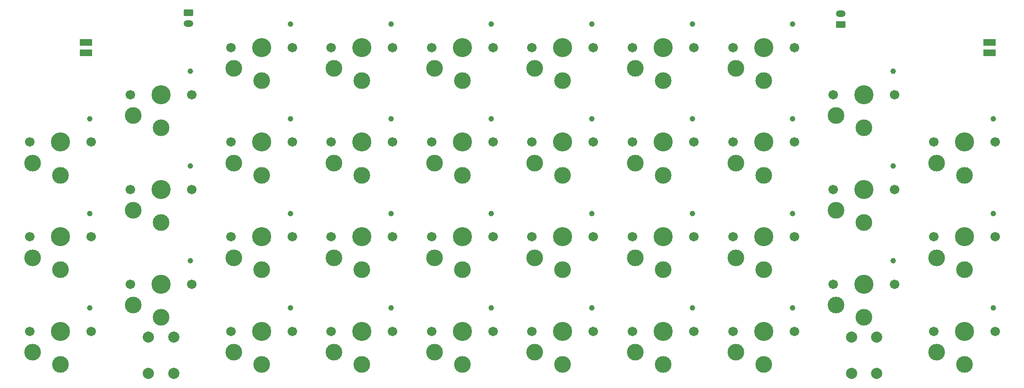
<source format=gbr>
%TF.GenerationSoftware,KiCad,Pcbnew,7.0.2-0*%
%TF.CreationDate,2024-08-06T11:42:49-04:00*%
%TF.ProjectId,PCB,5043422e-6b69-4636-9164-5f7063625858,rev?*%
%TF.SameCoordinates,Original*%
%TF.FileFunction,Soldermask,Top*%
%TF.FilePolarity,Negative*%
%FSLAX46Y46*%
G04 Gerber Fmt 4.6, Leading zero omitted, Abs format (unit mm)*
G04 Created by KiCad (PCBNEW 7.0.2-0) date 2024-08-06 11:42:49*
%MOMM*%
%LPD*%
G01*
G04 APERTURE LIST*
G04 Aperture macros list*
%AMRoundRect*
0 Rectangle with rounded corners*
0 $1 Rounding radius*
0 $2 $3 $4 $5 $6 $7 $8 $9 X,Y pos of 4 corners*
0 Add a 4 corners polygon primitive as box body*
4,1,4,$2,$3,$4,$5,$6,$7,$8,$9,$2,$3,0*
0 Add four circle primitives for the rounded corners*
1,1,$1+$1,$2,$3*
1,1,$1+$1,$4,$5*
1,1,$1+$1,$6,$7*
1,1,$1+$1,$8,$9*
0 Add four rect primitives between the rounded corners*
20,1,$1+$1,$2,$3,$4,$5,0*
20,1,$1+$1,$4,$5,$6,$7,0*
20,1,$1+$1,$6,$7,$8,$9,0*
20,1,$1+$1,$8,$9,$2,$3,0*%
G04 Aperture macros list end*
%ADD10C,1.701800*%
%ADD11C,3.000000*%
%ADD12C,3.429000*%
%ADD13C,0.990600*%
%ADD14C,2.000000*%
%ADD15RoundRect,0.250000X0.625000X-0.350000X0.625000X0.350000X-0.625000X0.350000X-0.625000X-0.350000X0*%
%ADD16O,1.750000X1.200000*%
%ADD17R,2.300000X1.300000*%
%ADD18RoundRect,0.250000X-0.625000X0.350000X-0.625000X-0.350000X0.625000X-0.350000X0.625000X0.350000X0*%
G04 APERTURE END LIST*
D10*
%TO.C,MX12*%
X48500000Y-76500000D03*
D11*
X49000000Y-80250000D03*
D12*
X54000000Y-76500000D03*
D11*
X54000000Y-82450000D03*
D13*
X59220000Y-72300000D03*
D10*
X59500000Y-76500000D03*
%TD*%
%TO.C,MX6*%
X30500000Y-68000000D03*
D11*
X31000000Y-71750000D03*
D12*
X36000000Y-68000000D03*
D11*
X36000000Y-73950000D03*
D13*
X41220000Y-63800000D03*
D10*
X41500000Y-68000000D03*
%TD*%
%TO.C,MX15*%
X102500000Y-68000000D03*
D11*
X103000000Y-71750000D03*
D12*
X108000000Y-68000000D03*
D11*
X108000000Y-73950000D03*
D13*
X113220000Y-63800000D03*
D10*
X113500000Y-68000000D03*
%TD*%
%TO.C,MX31*%
X174500000Y-76500000D03*
D11*
X175000000Y-80250000D03*
D12*
X180000000Y-76500000D03*
D11*
X180000000Y-82450000D03*
D13*
X185220000Y-72300000D03*
D10*
X185500000Y-76500000D03*
%TD*%
%TO.C,MX27*%
X156500000Y-51000000D03*
D11*
X157000000Y-54750000D03*
D12*
X162000000Y-51000000D03*
D11*
X162000000Y-56950000D03*
D13*
X167220000Y-46800000D03*
D10*
X167500000Y-51000000D03*
%TD*%
%TO.C,MX5*%
X102500000Y-34000000D03*
D11*
X103000000Y-37750000D03*
D12*
X108000000Y-34000000D03*
D11*
X108000000Y-39950000D03*
D13*
X113220000Y-29800000D03*
D10*
X113500000Y-34000000D03*
%TD*%
%TO.C,MX11*%
X30500000Y-85000000D03*
D11*
X31000000Y-88750000D03*
D12*
X36000000Y-85000000D03*
D11*
X36000000Y-90950000D03*
D13*
X41220000Y-80800000D03*
D10*
X41500000Y-85000000D03*
%TD*%
D14*
%TO.C,MX19*%
X51750000Y-92500000D03*
X51750000Y-86000000D03*
X56250000Y-92500000D03*
X56250000Y-86000000D03*
%TD*%
D10*
%TO.C,MX29*%
X120500000Y-51000000D03*
D11*
X121000000Y-54750000D03*
D12*
X126000000Y-51000000D03*
D11*
X126000000Y-56950000D03*
D13*
X131220000Y-46800000D03*
D10*
X131500000Y-51000000D03*
%TD*%
%TO.C,MX16*%
X66500000Y-85000000D03*
D11*
X67000000Y-88750000D03*
D12*
X72000000Y-85000000D03*
D11*
X72000000Y-90950000D03*
D13*
X77220000Y-80800000D03*
D10*
X77500000Y-85000000D03*
%TD*%
D14*
%TO.C,MX38*%
X182250000Y-86000000D03*
X182250000Y-92500000D03*
X177750000Y-86000000D03*
X177750000Y-92500000D03*
%TD*%
D10*
%TO.C,MX2*%
X48500000Y-42500000D03*
D11*
X49000000Y-46250000D03*
D12*
X54000000Y-42500000D03*
D11*
X54000000Y-48450000D03*
D13*
X59220000Y-38300000D03*
D10*
X59500000Y-42500000D03*
%TD*%
%TO.C,MX10*%
X102500000Y-51000000D03*
D11*
X103000000Y-54750000D03*
D12*
X108000000Y-51000000D03*
D11*
X108000000Y-56950000D03*
D13*
X113220000Y-46800000D03*
D10*
X113500000Y-51000000D03*
%TD*%
%TO.C,MX30*%
X192500000Y-85000000D03*
D11*
X193000000Y-88750000D03*
D12*
X198000000Y-85000000D03*
D11*
X198000000Y-90950000D03*
D13*
X203220000Y-80800000D03*
D10*
X203500000Y-85000000D03*
%TD*%
%TO.C,MX34*%
X120500000Y-68000000D03*
D11*
X121000000Y-71750000D03*
D12*
X126000000Y-68000000D03*
D11*
X126000000Y-73950000D03*
D13*
X131220000Y-63800000D03*
D10*
X131500000Y-68000000D03*
%TD*%
%TO.C,MX3*%
X66500000Y-34000000D03*
D11*
X67000000Y-37750000D03*
D12*
X72000000Y-34000000D03*
D11*
X72000000Y-39950000D03*
D13*
X77220000Y-29800000D03*
D10*
X77500000Y-34000000D03*
%TD*%
%TO.C,MX21*%
X174500000Y-42500000D03*
D11*
X175000000Y-46250000D03*
D12*
X180000000Y-42500000D03*
D11*
X180000000Y-48450000D03*
D13*
X185220000Y-38300000D03*
D10*
X185500000Y-42500000D03*
%TD*%
%TO.C,MX20*%
X192500000Y-51000000D03*
D11*
X193000000Y-54750000D03*
D12*
X198000000Y-51000000D03*
D11*
X198000000Y-56950000D03*
D13*
X203220000Y-46800000D03*
D10*
X203500000Y-51000000D03*
%TD*%
%TO.C,MX7*%
X48500000Y-59500000D03*
D11*
X49000000Y-63250000D03*
D12*
X54000000Y-59500000D03*
D11*
X54000000Y-65450000D03*
D13*
X59220000Y-55300000D03*
D10*
X59500000Y-59500000D03*
%TD*%
%TO.C,MX32*%
X156500000Y-68000000D03*
D11*
X157000000Y-71750000D03*
D12*
X162000000Y-68000000D03*
D11*
X162000000Y-73950000D03*
D13*
X167220000Y-63800000D03*
D10*
X167500000Y-68000000D03*
%TD*%
%TO.C,MX13*%
X66500000Y-68000000D03*
D11*
X67000000Y-71750000D03*
D12*
X72000000Y-68000000D03*
D11*
X72000000Y-73950000D03*
D13*
X77220000Y-63800000D03*
D10*
X77500000Y-68000000D03*
%TD*%
%TO.C,MX35*%
X156500000Y-85000000D03*
D11*
X157000000Y-88750000D03*
D12*
X162000000Y-85000000D03*
D11*
X162000000Y-90950000D03*
D13*
X167220000Y-80800000D03*
D10*
X167500000Y-85000000D03*
%TD*%
%TO.C,MX33*%
X138500000Y-68000000D03*
D11*
X139000000Y-71750000D03*
D12*
X144000000Y-68000000D03*
D11*
X144000000Y-73950000D03*
D13*
X149220000Y-63800000D03*
D10*
X149500000Y-68000000D03*
%TD*%
%TO.C,MX25*%
X192500000Y-68000000D03*
D11*
X193000000Y-71750000D03*
D12*
X198000000Y-68000000D03*
D11*
X198000000Y-73950000D03*
D13*
X203220000Y-63800000D03*
D10*
X203500000Y-68000000D03*
%TD*%
%TO.C,MX14*%
X84500000Y-68000000D03*
D11*
X85000000Y-71750000D03*
D12*
X90000000Y-68000000D03*
D11*
X90000000Y-73950000D03*
D13*
X95220000Y-63800000D03*
D10*
X95500000Y-68000000D03*
%TD*%
%TO.C,MX1*%
X30500000Y-51000000D03*
D11*
X31000000Y-54750000D03*
D12*
X36000000Y-51000000D03*
D11*
X36000000Y-56950000D03*
D13*
X41220000Y-46800000D03*
D10*
X41500000Y-51000000D03*
%TD*%
%TO.C,MX8*%
X66500000Y-51000000D03*
D11*
X67000000Y-54750000D03*
D12*
X72000000Y-51000000D03*
D11*
X72000000Y-56950000D03*
D13*
X77220000Y-46800000D03*
D10*
X77500000Y-51000000D03*
%TD*%
%TO.C,MX37*%
X120500000Y-85000000D03*
D11*
X121000000Y-88750000D03*
D12*
X126000000Y-85000000D03*
D11*
X126000000Y-90950000D03*
D13*
X131220000Y-80800000D03*
D10*
X131500000Y-85000000D03*
%TD*%
%TO.C,MX28*%
X138500000Y-51000000D03*
D11*
X139000000Y-54750000D03*
D12*
X144000000Y-51000000D03*
D11*
X144000000Y-56950000D03*
D13*
X149220000Y-46800000D03*
D10*
X149500000Y-51000000D03*
%TD*%
%TO.C,MX9*%
X84500000Y-51000000D03*
D11*
X85000000Y-54750000D03*
D12*
X90000000Y-51000000D03*
D11*
X90000000Y-56950000D03*
D13*
X95220000Y-46800000D03*
D10*
X95500000Y-51000000D03*
%TD*%
%TO.C,MX23*%
X138500000Y-34000000D03*
D11*
X139000000Y-37750000D03*
D12*
X144000000Y-34000000D03*
D11*
X144000000Y-39950000D03*
D13*
X149220000Y-29800000D03*
D10*
X149500000Y-34000000D03*
%TD*%
%TO.C,MX36*%
X138500000Y-85000000D03*
D11*
X139000000Y-88750000D03*
D12*
X144000000Y-85000000D03*
D11*
X144000000Y-90950000D03*
D13*
X149220000Y-80800000D03*
D10*
X149500000Y-85000000D03*
%TD*%
%TO.C,MX17*%
X84500000Y-85000000D03*
D11*
X85000000Y-88750000D03*
D12*
X90000000Y-85000000D03*
D11*
X90000000Y-90950000D03*
D13*
X95220000Y-80800000D03*
D10*
X95500000Y-85000000D03*
%TD*%
%TO.C,MX18*%
X102500000Y-85000000D03*
D11*
X103000000Y-88750000D03*
D12*
X108000000Y-85000000D03*
D11*
X108000000Y-90950000D03*
D13*
X113220000Y-80800000D03*
D10*
X113500000Y-85000000D03*
%TD*%
%TO.C,MX4*%
X84500000Y-34000000D03*
D11*
X85000000Y-37750000D03*
D12*
X90000000Y-34000000D03*
D11*
X90000000Y-39950000D03*
D13*
X95220000Y-29800000D03*
D10*
X95500000Y-34000000D03*
%TD*%
%TO.C,MX24*%
X120500000Y-34000000D03*
D11*
X121000000Y-37750000D03*
D12*
X126000000Y-34000000D03*
D11*
X126000000Y-39950000D03*
D13*
X131220000Y-29800000D03*
D10*
X131500000Y-34000000D03*
%TD*%
%TO.C,MX22*%
X156500000Y-34000000D03*
D11*
X157000000Y-37750000D03*
D12*
X162000000Y-34000000D03*
D11*
X162000000Y-39950000D03*
D13*
X167220000Y-29800000D03*
D10*
X167500000Y-34000000D03*
%TD*%
%TO.C,MX26*%
X174500000Y-59500000D03*
D11*
X175000000Y-63250000D03*
D12*
X180000000Y-59500000D03*
D11*
X180000000Y-65450000D03*
D13*
X185220000Y-55300000D03*
D10*
X185500000Y-59500000D03*
%TD*%
D15*
%TO.C,J2*%
X175800000Y-29900000D03*
D16*
X175800000Y-27900000D03*
%TD*%
D17*
%TO.C,U2*%
X40500000Y-33095000D03*
X40500000Y-34995000D03*
%TD*%
%TO.C,U4*%
X202500000Y-33095000D03*
X202500000Y-34995000D03*
%TD*%
D18*
%TO.C,J1*%
X58950000Y-27750000D03*
D16*
X58950000Y-29750000D03*
%TD*%
M02*

</source>
